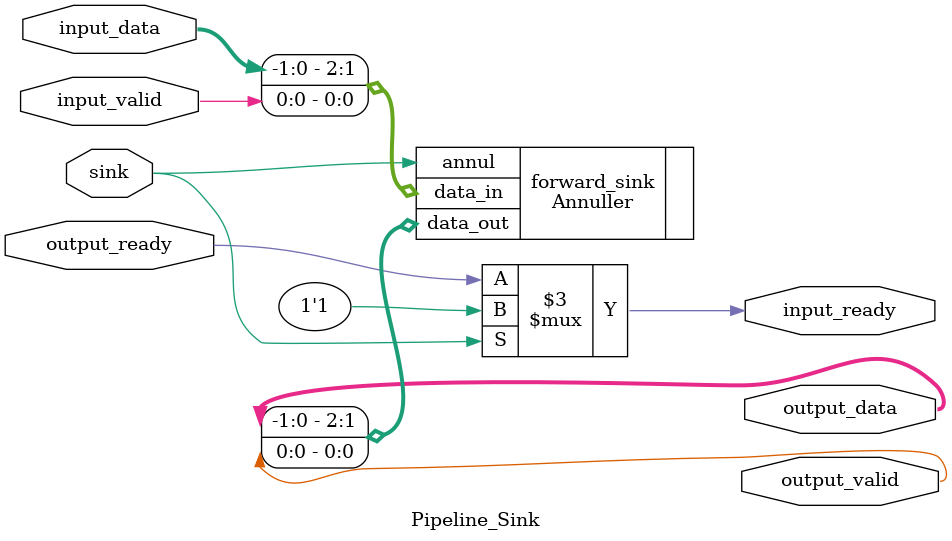
<source format=v>


// Acts as either a pass-through or a sink for ready/valid pipeline
// handshakes, along with the associated data.  While `sink` is raised, any
// handshake and data presented at the input is immediately lost, and the
// output never raises valid and presents all-zero data.  *All signals must be
// synchronous. There is no buffering or registering.*

// The main use of a sink is to disconnect an output of a pipeline fork or
// branch so no backpressure can come from that output. Else, an inactive
// output will stall the handshakes to all the other outputs.

// The default Annuller `IMPLEMENTATION` of "AND" should be fine. Check your
// synthesis results if necessary.

`default_nettype none

module Pipeline_Sink
#(
    parameter WORD_WIDTH        = 0,
    parameter IMPLEMENTATION    = "AND"
)
(
    input   wire                        sink,

    input   wire                        input_valid,
    output  reg                         input_ready,
    input   wire    [WORD_WIDTH-1:0]    input_data,

    output  wire                        output_valid,
    input   wire                        output_ready,
    output  wire    [WORD_WIDTH-1:0]    output_data
);

    initial begin
        input_ready = 1'b0;
    end

// Annull all forward logic (data and valid) if sunk.

    localparam FORWARD_WIDTH = WORD_WIDTH + 1;

    Annuller
    #(
        .WORD_WIDTH     (FORWARD_WIDTH),
        .IMPLEMENTATION (IMPLEMENTATION)
    )
    forward_sink
    (
        .annul          (sink),
        .data_in        ({input_data,  input_valid}),
        .data_out       ({output_data, output_valid})
    );

// Present a perpetually ready input if sunk, so no stalling can happen.

    always @(*) begin
        input_ready = (sink == 1'b1) ? 1'b1 : output_ready;
    end

endmodule


</source>
